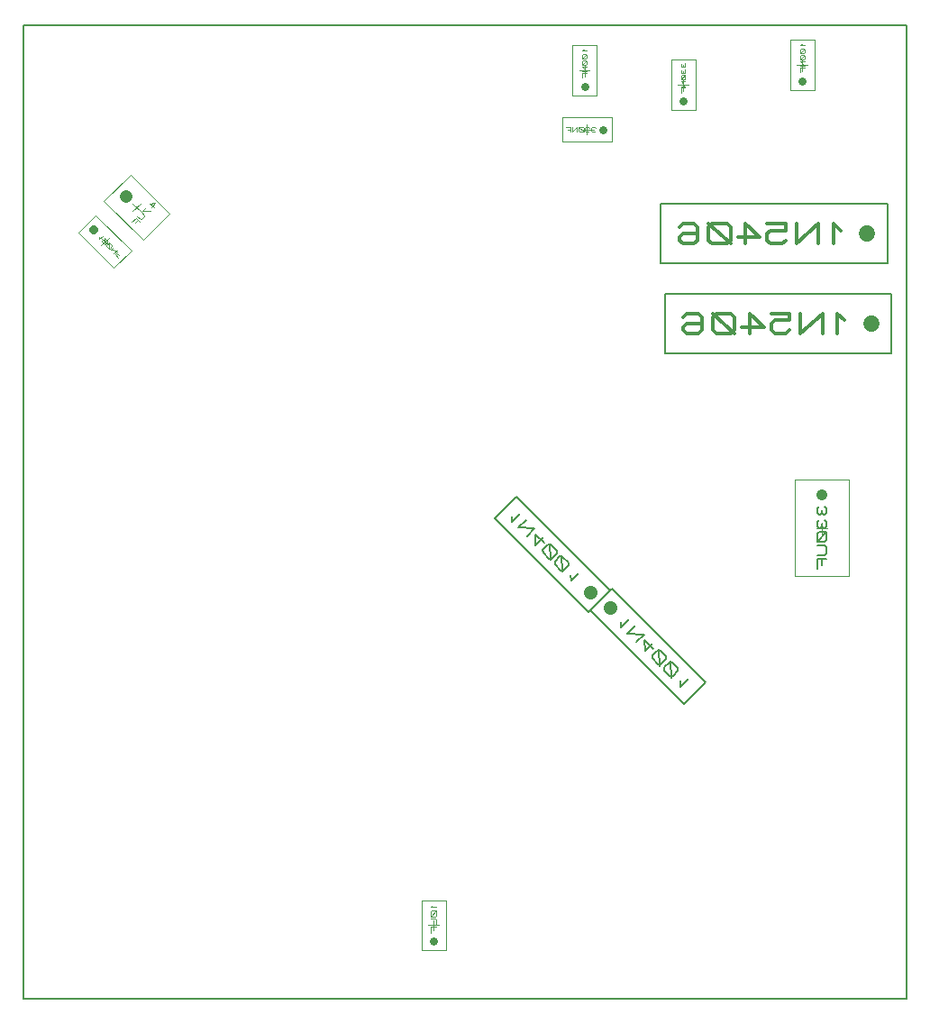
<source format=gbr>
G04 PROTEUS GERBER X2 FILE*
%TF.GenerationSoftware,Labcenter,Proteus,8.15-SP1-Build34318*%
%TF.CreationDate,2023-08-09T10:16:53+00:00*%
%TF.FileFunction,AssemblyDrawing,Bot*%
%TF.FilePolarity,Positive*%
%TF.Part,Single*%
%TF.SameCoordinates,{0049c899-80f1-4e30-9ba5-08a3a9b55963}*%
%FSLAX45Y45*%
%MOMM*%
G01*
%TA.AperFunction,Profile*%
%ADD27C,0.203200*%
%TA.AperFunction,Material*%
%ADD31C,0.203200*%
%ADD99C,1.293160*%
%ADD100C,0.174220*%
%ADD101C,1.524000*%
%ADD102C,0.305990*%
%ADD76C,0.050000*%
%ADD103C,0.975360*%
%ADD104C,0.139680*%
%ADD105C,1.149470*%
%ADD85C,0.083670*%
%ADD94C,0.721360*%
%ADD81C,0.082770*%
%ADD106C,0.833360*%
%ADD98C,0.065100*%
%ADD95C,0.066220*%
%TD.AperFunction*%
D27*
X-619760Y-63500D02*
X+7683500Y-63500D01*
X+7683500Y+9080500D01*
X-619760Y+9080500D01*
X-619760Y-63500D01*
D31*
X+4689315Y+3569787D02*
X+3809250Y+4449852D01*
X+4012204Y+4652806D01*
X+4892269Y+3772741D01*
X+4689315Y+3569787D01*
D99*
X+4709072Y+3751188D02*
X+4709072Y+3751188D01*
D100*
X+3970269Y+4467149D02*
X+3973349Y+4414792D01*
X+4047264Y+4488707D01*
X+4102701Y+4433271D02*
X+4028785Y+4359355D01*
X+4185855Y+4350116D01*
X+4111940Y+4276201D01*
X+4272089Y+4214605D02*
X+4188935Y+4297759D01*
X+4195095Y+4193046D01*
X+4269010Y+4266961D01*
X+4312127Y+4199205D02*
X+4262850Y+4149928D01*
X+4264390Y+4123751D01*
X+4319826Y+4068314D01*
X+4346005Y+4066774D01*
X+4395282Y+4116051D01*
X+4393742Y+4142230D01*
X+4338305Y+4197666D01*
X+4312127Y+4199205D01*
X+4324447Y+4211525D02*
X+4333686Y+4054455D01*
X+4423000Y+4088332D02*
X+4373723Y+4039055D01*
X+4375263Y+4012878D01*
X+4430699Y+3957441D01*
X+4456878Y+3955901D01*
X+4506155Y+4005178D01*
X+4504615Y+4031357D01*
X+4449178Y+4086793D01*
X+4423000Y+4088332D01*
X+4435320Y+4100652D02*
X+4444559Y+3943582D01*
X+4524634Y+3912784D02*
X+4527714Y+3860427D01*
X+4601629Y+3934342D01*
D31*
X+4911779Y+3786177D02*
X+5791844Y+2906112D01*
X+5588890Y+2703158D01*
X+4708825Y+3583223D01*
X+4911779Y+3786177D01*
D99*
X+4892022Y+3604776D02*
X+4892022Y+3604776D01*
D100*
X+4996385Y+3473979D02*
X+4999465Y+3421622D01*
X+5073380Y+3495537D01*
X+5128817Y+3440101D02*
X+5054901Y+3366185D01*
X+5211971Y+3356946D01*
X+5138056Y+3283031D01*
X+5298205Y+3221435D02*
X+5215051Y+3304589D01*
X+5221211Y+3199876D01*
X+5295126Y+3273791D01*
X+5338243Y+3206035D02*
X+5288966Y+3156758D01*
X+5290506Y+3130581D01*
X+5345942Y+3075144D01*
X+5372121Y+3073604D01*
X+5421398Y+3122881D01*
X+5419858Y+3149060D01*
X+5364421Y+3204496D01*
X+5338243Y+3206035D01*
X+5350563Y+3218355D02*
X+5359802Y+3061285D01*
X+5449116Y+3095162D02*
X+5399839Y+3045885D01*
X+5401379Y+3019708D01*
X+5456815Y+2964271D01*
X+5482994Y+2962731D01*
X+5532271Y+3012008D01*
X+5530731Y+3038187D01*
X+5475294Y+3093623D01*
X+5449116Y+3095162D01*
X+5461436Y+3107482D02*
X+5470675Y+2950412D01*
X+5550750Y+2919614D02*
X+5553830Y+2867257D01*
X+5627745Y+2941172D01*
D31*
X+5369560Y+6839460D02*
X+7500560Y+6839460D01*
X+7500560Y+7399780D01*
X+5369560Y+7399780D01*
X+5369560Y+6839460D01*
D101*
X+7310060Y+7119620D02*
X+7310060Y+7119620D01*
D102*
X+7059049Y+7150219D02*
X+6990200Y+7211418D01*
X+6990200Y+7027821D01*
X+6852502Y+7027821D02*
X+6852502Y+7211418D01*
X+6645955Y+7027821D01*
X+6645955Y+7211418D01*
X+6370559Y+7211418D02*
X+6542682Y+7211418D01*
X+6542682Y+7150219D01*
X+6404984Y+7150219D01*
X+6370559Y+7119620D01*
X+6370559Y+7058420D01*
X+6404984Y+7027821D01*
X+6508257Y+7027821D01*
X+6542682Y+7058420D01*
X+6095163Y+7089020D02*
X+6301710Y+7089020D01*
X+6164012Y+7211418D01*
X+6164012Y+7027821D01*
X+6026314Y+7058420D02*
X+6026314Y+7180819D01*
X+5991890Y+7211418D01*
X+5854192Y+7211418D01*
X+5819767Y+7180819D01*
X+5819767Y+7058420D01*
X+5854192Y+7027821D01*
X+5991890Y+7027821D01*
X+6026314Y+7058420D01*
X+6026314Y+7027821D02*
X+5819767Y+7211418D01*
X+5544371Y+7180819D02*
X+5578796Y+7211418D01*
X+5682069Y+7211418D01*
X+5716494Y+7180819D01*
X+5716494Y+7058420D01*
X+5682069Y+7027821D01*
X+5578796Y+7027821D01*
X+5544371Y+7058420D01*
X+5544371Y+7089020D01*
X+5578796Y+7119620D01*
X+5716494Y+7119620D01*
D31*
X+5407660Y+5996180D02*
X+7538660Y+5996180D01*
X+7538660Y+6556500D01*
X+5407660Y+6556500D01*
X+5407660Y+5996180D01*
D101*
X+7348160Y+6276340D02*
X+7348160Y+6276340D01*
D102*
X+7097149Y+6306939D02*
X+7028300Y+6368138D01*
X+7028300Y+6184541D01*
X+6890602Y+6184541D02*
X+6890602Y+6368138D01*
X+6684055Y+6184541D01*
X+6684055Y+6368138D01*
X+6408659Y+6368138D02*
X+6580782Y+6368138D01*
X+6580782Y+6306939D01*
X+6443084Y+6306939D01*
X+6408659Y+6276340D01*
X+6408659Y+6215140D01*
X+6443084Y+6184541D01*
X+6546357Y+6184541D01*
X+6580782Y+6215140D01*
X+6133263Y+6245740D02*
X+6339810Y+6245740D01*
X+6202112Y+6368138D01*
X+6202112Y+6184541D01*
X+6064414Y+6215140D02*
X+6064414Y+6337539D01*
X+6029990Y+6368138D01*
X+5892292Y+6368138D01*
X+5857867Y+6337539D01*
X+5857867Y+6215140D01*
X+5892292Y+6184541D01*
X+6029990Y+6184541D01*
X+6064414Y+6215140D01*
X+6064414Y+6184541D02*
X+5857867Y+6368138D01*
X+5582471Y+6337539D02*
X+5616896Y+6368138D01*
X+5720169Y+6368138D01*
X+5754594Y+6337539D01*
X+5754594Y+6215140D01*
X+5720169Y+6184541D01*
X+5616896Y+6184541D01*
X+5582471Y+6215140D01*
X+5582471Y+6245740D01*
X+5616896Y+6276340D01*
X+5754594Y+6276340D01*
D76*
X+7138400Y+4811220D02*
X+7138400Y+3901220D01*
X+6628400Y+3901220D01*
X+6628400Y+4811220D01*
X+7138400Y+4811220D01*
X+6833400Y+4356220D02*
X+6933400Y+4356220D01*
X+6883400Y+4306220D02*
X+6883400Y+4406220D01*
D103*
X+6883400Y+4666220D02*
X+6883400Y+4666220D01*
D104*
X+6855464Y+4556654D02*
X+6841496Y+4540940D01*
X+6841496Y+4493798D01*
X+6855464Y+4478084D01*
X+6869432Y+4478084D01*
X+6883400Y+4493798D01*
X+6897369Y+4478084D01*
X+6911337Y+4478084D01*
X+6925305Y+4493798D01*
X+6925305Y+4540940D01*
X+6911337Y+4556654D01*
X+6883400Y+4525226D02*
X+6883400Y+4493798D01*
X+6855464Y+4430941D02*
X+6841496Y+4415227D01*
X+6841496Y+4368085D01*
X+6855464Y+4352371D01*
X+6869432Y+4352371D01*
X+6883400Y+4368085D01*
X+6897369Y+4352371D01*
X+6911337Y+4352371D01*
X+6925305Y+4368085D01*
X+6925305Y+4415227D01*
X+6911337Y+4430941D01*
X+6883400Y+4399513D02*
X+6883400Y+4368085D01*
X+6911337Y+4320942D02*
X+6855464Y+4320942D01*
X+6841496Y+4305228D01*
X+6841496Y+4242372D01*
X+6855464Y+4226658D01*
X+6911337Y+4226658D01*
X+6925305Y+4242372D01*
X+6925305Y+4305228D01*
X+6911337Y+4320942D01*
X+6925305Y+4320942D02*
X+6841496Y+4226658D01*
X+6841496Y+4195229D02*
X+6911337Y+4195229D01*
X+6925305Y+4179515D01*
X+6925305Y+4116659D01*
X+6911337Y+4100945D01*
X+6841496Y+4100945D01*
X+6925305Y+4069516D02*
X+6841496Y+4069516D01*
X+6841496Y+3975232D01*
X+6883400Y+4069516D02*
X+6883400Y+4006660D01*
D76*
X+386005Y+7675201D02*
X+753701Y+7307505D01*
X+506214Y+7060018D01*
X+138518Y+7427714D01*
X+386005Y+7675201D01*
X+410754Y+7332254D02*
X+481465Y+7402965D01*
X+481465Y+7332254D02*
X+410754Y+7402965D01*
D105*
X+343579Y+7470140D02*
X+343579Y+7470140D01*
D85*
X+580447Y+7366390D02*
X+620383Y+7406325D01*
X+570094Y+7403368D01*
X+605592Y+7367869D01*
X+536815Y+7370089D02*
X+503535Y+7336809D01*
X+509451Y+7330892D01*
X+572313Y+7334590D01*
X+490222Y+7323496D02*
X+519804Y+7293914D01*
X+519065Y+7281342D01*
X+492441Y+7254718D01*
X+479869Y+7253979D01*
X+450287Y+7283561D01*
X+472473Y+7234751D02*
X+436975Y+7270249D01*
X+397040Y+7230314D01*
X+454724Y+7252500D02*
X+428101Y+7225877D01*
D76*
X+3120960Y+389420D02*
X+3120960Y+859420D01*
X+3350960Y+859420D01*
X+3350960Y+389420D01*
X+3120960Y+389420D01*
X+3285960Y+624420D02*
X+3185960Y+624420D01*
X+3235960Y+674420D02*
X+3235960Y+574420D01*
D94*
X+3235960Y+474420D02*
X+3235960Y+474420D01*
D81*
X+3227683Y+816579D02*
X+3211127Y+797954D01*
X+3260794Y+797954D01*
X+3252516Y+760704D02*
X+3219405Y+760704D01*
X+3211127Y+751392D01*
X+3211127Y+714142D01*
X+3219405Y+704829D01*
X+3252516Y+704829D01*
X+3260794Y+714142D01*
X+3260794Y+751392D01*
X+3252516Y+760704D01*
X+3260794Y+760704D02*
X+3211127Y+704829D01*
X+3211127Y+686204D02*
X+3252516Y+686204D01*
X+3260794Y+676892D01*
X+3260794Y+639642D01*
X+3252516Y+630329D01*
X+3211127Y+630329D01*
X+3260794Y+611704D02*
X+3211127Y+611704D01*
X+3211127Y+555829D01*
X+3235960Y+611704D02*
X+3235960Y+574454D01*
D76*
X+63081Y+7294061D02*
X+395421Y+6961721D01*
X+232787Y+6799087D01*
X-99553Y+7131427D01*
X+63081Y+7294061D01*
X+112579Y+7011219D02*
X+183289Y+7081929D01*
X+183289Y+7011219D02*
X+112579Y+7081929D01*
D106*
X+41868Y+7152640D02*
X+41868Y+7152640D01*
D98*
X+95781Y+7089521D02*
X+96932Y+7069956D01*
X+124552Y+7097577D01*
X+140664Y+7072258D02*
X+122250Y+7053844D01*
X+122825Y+7044063D01*
X+143541Y+7023348D01*
X+153323Y+7022772D01*
X+171737Y+7041186D01*
X+171161Y+7050968D01*
X+150446Y+7071683D01*
X+140664Y+7072258D01*
X+145267Y+7076861D02*
X+148720Y+7018169D01*
X+182094Y+7030828D02*
X+163680Y+7012414D01*
X+164255Y+7002633D01*
X+184971Y+6981918D01*
X+194753Y+6981342D01*
X+213167Y+6999756D01*
X+212591Y+7009538D01*
X+191876Y+7030253D01*
X+182094Y+7030828D01*
X+186697Y+7035431D02*
X+190150Y+6976739D01*
X+228127Y+6994001D02*
X+200507Y+6966381D01*
X+259200Y+6962929D01*
X+231580Y+6935309D01*
X+269557Y+6952571D02*
X+241937Y+6924951D01*
X+273010Y+6893879D01*
X+255747Y+6938761D02*
X+276462Y+6918046D01*
D76*
X+5465380Y+8284300D02*
X+5465380Y+8754300D01*
X+5695380Y+8754300D01*
X+5695380Y+8284300D01*
X+5465380Y+8284300D01*
X+5630380Y+8519300D02*
X+5530380Y+8519300D01*
X+5580380Y+8569300D02*
X+5580380Y+8469300D01*
D94*
X+5580380Y+8369300D02*
X+5580380Y+8369300D01*
D95*
X+5567136Y+8722632D02*
X+5560514Y+8715182D01*
X+5560514Y+8692832D01*
X+5567136Y+8685382D01*
X+5573758Y+8685382D01*
X+5580380Y+8692832D01*
X+5587003Y+8685382D01*
X+5593625Y+8685382D01*
X+5600247Y+8692832D01*
X+5600247Y+8715182D01*
X+5593625Y+8722632D01*
X+5580380Y+8707732D02*
X+5580380Y+8692832D01*
X+5567136Y+8663033D02*
X+5560514Y+8655583D01*
X+5560514Y+8633233D01*
X+5567136Y+8625783D01*
X+5573758Y+8625783D01*
X+5580380Y+8633233D01*
X+5587003Y+8625783D01*
X+5593625Y+8625783D01*
X+5600247Y+8633233D01*
X+5600247Y+8655583D01*
X+5593625Y+8663033D01*
X+5580380Y+8648133D02*
X+5580380Y+8633233D01*
X+5593625Y+8610883D02*
X+5567136Y+8610883D01*
X+5560514Y+8603434D01*
X+5560514Y+8573634D01*
X+5567136Y+8566184D01*
X+5593625Y+8566184D01*
X+5600247Y+8573634D01*
X+5600247Y+8603434D01*
X+5593625Y+8610883D01*
X+5600247Y+8610883D02*
X+5560514Y+8566184D01*
X+5600247Y+8551284D02*
X+5560514Y+8551284D01*
X+5600247Y+8506585D01*
X+5560514Y+8506585D01*
X+5600247Y+8491685D02*
X+5560514Y+8491685D01*
X+5560514Y+8446986D01*
X+5580380Y+8491685D02*
X+5580380Y+8461886D01*
D76*
X+6585520Y+8472260D02*
X+6585520Y+8942260D01*
X+6815520Y+8942260D01*
X+6815520Y+8472260D01*
X+6585520Y+8472260D01*
X+6750520Y+8707260D02*
X+6650520Y+8707260D01*
X+6700520Y+8757260D02*
X+6700520Y+8657260D01*
D94*
X+6700520Y+8557260D02*
X+6700520Y+8557260D01*
D95*
X+6693898Y+8903142D02*
X+6680654Y+8888242D01*
X+6720387Y+8888242D01*
X+6713765Y+8858442D02*
X+6687276Y+8858442D01*
X+6680654Y+8850993D01*
X+6680654Y+8821193D01*
X+6687276Y+8813743D01*
X+6713765Y+8813743D01*
X+6720387Y+8821193D01*
X+6720387Y+8850993D01*
X+6713765Y+8858442D01*
X+6720387Y+8858442D02*
X+6680654Y+8813743D01*
X+6713765Y+8798843D02*
X+6687276Y+8798843D01*
X+6680654Y+8791394D01*
X+6680654Y+8761594D01*
X+6687276Y+8754144D01*
X+6713765Y+8754144D01*
X+6720387Y+8761594D01*
X+6720387Y+8791394D01*
X+6713765Y+8798843D01*
X+6720387Y+8798843D02*
X+6680654Y+8754144D01*
X+6720387Y+8739244D02*
X+6680654Y+8739244D01*
X+6720387Y+8694545D01*
X+6680654Y+8694545D01*
X+6720387Y+8679645D02*
X+6680654Y+8679645D01*
X+6680654Y+8634946D01*
X+6700520Y+8679645D02*
X+6700520Y+8649846D01*
D76*
X+4538280Y+8421180D02*
X+4538280Y+8891180D01*
X+4768280Y+8891180D01*
X+4768280Y+8421180D01*
X+4538280Y+8421180D01*
X+4703280Y+8656180D02*
X+4603280Y+8656180D01*
X+4653280Y+8706180D02*
X+4653280Y+8606180D01*
D94*
X+4653280Y+8506180D02*
X+4653280Y+8506180D01*
D95*
X+4646658Y+8852062D02*
X+4633414Y+8837162D01*
X+4673147Y+8837162D01*
X+4666525Y+8807362D02*
X+4640036Y+8807362D01*
X+4633414Y+8799913D01*
X+4633414Y+8770113D01*
X+4640036Y+8762663D01*
X+4666525Y+8762663D01*
X+4673147Y+8770113D01*
X+4673147Y+8799913D01*
X+4666525Y+8807362D01*
X+4673147Y+8807362D02*
X+4633414Y+8762663D01*
X+4666525Y+8747763D02*
X+4640036Y+8747763D01*
X+4633414Y+8740314D01*
X+4633414Y+8710514D01*
X+4640036Y+8703064D01*
X+4666525Y+8703064D01*
X+4673147Y+8710514D01*
X+4673147Y+8740314D01*
X+4666525Y+8747763D01*
X+4673147Y+8747763D02*
X+4633414Y+8703064D01*
X+4673147Y+8688164D02*
X+4633414Y+8688164D01*
X+4673147Y+8643465D01*
X+4633414Y+8643465D01*
X+4673147Y+8628565D02*
X+4633414Y+8628565D01*
X+4633414Y+8583866D01*
X+4653280Y+8628565D02*
X+4653280Y+8598766D01*
D76*
X+4911280Y+7985060D02*
X+4441280Y+7985060D01*
X+4441280Y+8215060D01*
X+4911280Y+8215060D01*
X+4911280Y+7985060D01*
X+4676280Y+8150060D02*
X+4676280Y+8050060D01*
X+4626280Y+8100060D02*
X+4726280Y+8100060D01*
D94*
X+4826280Y+8100060D02*
X+4826280Y+8100060D01*
D95*
X+4756044Y+8113304D02*
X+4748594Y+8119926D01*
X+4726244Y+8119926D01*
X+4718794Y+8113304D01*
X+4718794Y+8106682D01*
X+4726244Y+8100060D01*
X+4718794Y+8093437D01*
X+4718794Y+8086815D01*
X+4726244Y+8080193D01*
X+4748594Y+8080193D01*
X+4756044Y+8086815D01*
X+4741144Y+8100060D02*
X+4726244Y+8100060D01*
X+4696445Y+8113304D02*
X+4688995Y+8119926D01*
X+4666645Y+8119926D01*
X+4659195Y+8113304D01*
X+4659195Y+8106682D01*
X+4666645Y+8100060D01*
X+4659195Y+8093437D01*
X+4659195Y+8086815D01*
X+4666645Y+8080193D01*
X+4688995Y+8080193D01*
X+4696445Y+8086815D01*
X+4681545Y+8100060D02*
X+4666645Y+8100060D01*
X+4644295Y+8086815D02*
X+4644295Y+8113304D01*
X+4636846Y+8119926D01*
X+4607046Y+8119926D01*
X+4599596Y+8113304D01*
X+4599596Y+8086815D01*
X+4607046Y+8080193D01*
X+4636846Y+8080193D01*
X+4644295Y+8086815D01*
X+4644295Y+8080193D02*
X+4599596Y+8119926D01*
X+4584696Y+8080193D02*
X+4584696Y+8119926D01*
X+4539997Y+8080193D01*
X+4539997Y+8119926D01*
X+4525097Y+8080193D02*
X+4525097Y+8119926D01*
X+4480398Y+8119926D01*
X+4525097Y+8100060D02*
X+4495298Y+8100060D01*
M02*

</source>
